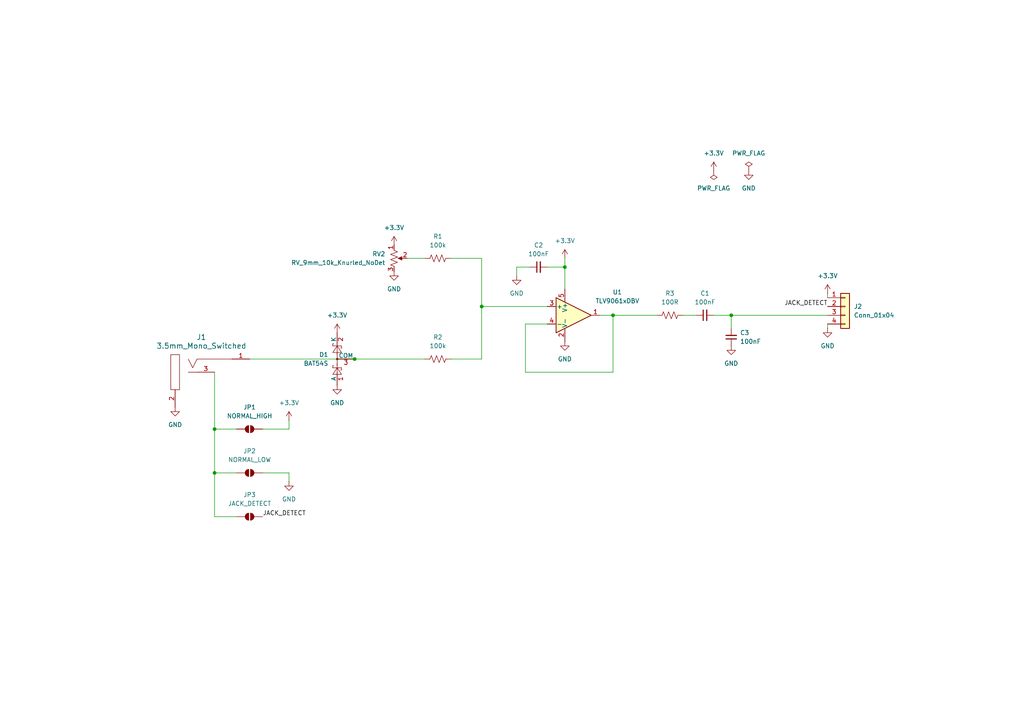
<source format=kicad_sch>
(kicad_sch (version 20250114) (generator "eeschema") (generator_version "9.0")
  (paper "A4")
  (title_block (title "Biased CV Input") (date "2025-07-11") (rev "A") (company "github.com/brianvarren/patch_bits"))
  (lib_symbols
    (symbol "Amplifier_Operational:TLV9061xDBV" (pin_names (offset 0.127))
      (property "Reference" "U" (at -1.27 6.35 0))
      (property "Value" "TLV9061xDBV" (at -1.27 3.81 0))
      (symbol "TLV9061xDBV_0_1"
        (polyline (pts (xy -5.08 5.08) (xy 5.08 0) (xy -5.08 -5.08) (xy -5.08 5.08)) (stroke (width 0.254)) (fill (type background)))
        (pin power_in line (at -2.54 7.62 270) (length 3.81) (name "V+") (number "5"))
        (pin power_in line (at -2.54 -7.62 90) (length 3.81) (name "V-") (number "2"))
      )
      (symbol "TLV9061xDBV_1_1"
        (pin input line (at -7.62 2.54 0) (length 2.54) (name "+") (number "3"))
        (pin input line (at -7.62 -2.54 0) (length 2.54) (name "-") (number "4"))
        (pin output line (at 7.62 0 180) (length 2.54) (name "~") (number "1"))
      )
    )
    (symbol "Connector_Generic:Conn_01x04" (pin_names (offset 1.016) (hide yes))
      (property "Reference" "J" (at 0 5.08 0))
      (property "Value" "Conn_01x04" (at 0 -7.62 0))
      (symbol "Conn_01x04_1_1"
        (rectangle (start -1.27 3.81) (end 1.27 -6.35) (stroke (width 0.254)) (fill (type background)))
        (rectangle (start -1.27 2.667) (end 0 2.413) (stroke (width 0.1524)))
        (rectangle (start -1.27 0.127) (end 0 -0.127) (stroke (width 0.1524)))
        (rectangle (start -1.27 -2.413) (end 0 -2.667) (stroke (width 0.1524)))
        (rectangle (start -1.27 -4.953) (end 0 -5.207) (stroke (width 0.1524)))
        (pin passive line (at -5.08 2.54 0) (length 3.81) (name "Pin_1") (number "1"))
        (pin passive line (at -5.08 0 0) (length 3.81) (name "Pin_2") (number "2"))
        (pin passive line (at -5.08 -2.54 0) (length 3.81) (name "Pin_3") (number "3"))
        (pin passive line (at -5.08 -5.08 0) (length 3.81) (name "Pin_4") (number "4"))
      )
    )
    (symbol "Device:C_Small" (pin_numbers (hide yes)) (pin_names (offset 0.254) (hide yes))
      (property "Reference" "C" (at 0.254 1.778 0))
      (property "Value" "C_Small" (at 0.254 -2.032 0))
      (symbol "C_Small_0_1"
        (polyline (pts (xy -1.524 0.508) (xy 1.524 0.508)) (stroke (width 0.3048)))
        (polyline (pts (xy -1.524 -0.508) (xy 1.524 -0.508)) (stroke (width 0.3302)))
      )
      (symbol "C_Small_1_1"
        (pin passive line (at 0 2.54 270) (length 2.032) (name "~") (number "1"))
        (pin passive line (at 0 -2.54 90) (length 2.032) (name "~") (number "2"))
      )
    )
    (symbol "Device:R_US" (pin_numbers (hide yes)) (pin_names (offset 0))
      (property "Reference" "R" (at 2.54 0 90))
      (property "Value" "R_US" (at -2.54 0 90))
      (symbol "R_US_0_1"
        (polyline (pts (xy 0 2.286) (xy 0 2.54)))
        (polyline (pts (xy 0 2.286) (xy 1.016 1.905) (xy 0 1.524) (xy -1.016 1.143) (xy 0 0.762)))
        (polyline (pts (xy 0 0.762) (xy 1.016 0.381) (xy 0 0) (xy -1.016 -0.381) (xy 0 -0.762)))
        (polyline (pts (xy 0 -0.762) (xy 1.016 -1.143) (xy 0 -1.524) (xy -1.016 -1.905) (xy 0 -2.286)))
        (polyline (pts (xy 0 -2.286) (xy 0 -2.54)))
      )
      (symbol "R_US_1_1"
        (pin passive line (at 0 3.81 270) (length 1.27) (name "~") (number "1"))
        (pin passive line (at 0 -3.81 90) (length 1.27) (name "~") (number "2"))
      )
    )
    (symbol "Diode:BAT54S" (pin_names (offset 0))
      (property "Reference" "D" (at 2.54 -5.08 0))
      (property "Value" "BAT54S" (at -6.35 3.175 0))
      (symbol "BAT54S_0_1"
        (polyline (pts (xy -4.445 1.27) (xy -4.445 -1.27) (xy -2.54 0) (xy -4.445 1.27)))
        (polyline (pts (xy -3.81 0) (xy -1.27 0)))
        (polyline (pts (xy -3.175 -1.27) (xy -3.175 -1.016)))
        (polyline (pts (xy -2.54 1.27) (xy -1.905 1.27)))
        (polyline (pts (xy -2.54 -1.27) (xy -3.175 -1.27)))
        (polyline (pts (xy -2.54 -1.27) (xy -2.54 1.27)))
        (polyline (pts (xy -1.905 1.27) (xy -1.905 1.016)))
        (polyline (pts (xy -1.905 0) (xy 1.905 0)))
        (circle (center 0 0) (radius 0.254) (fill (type outline)))
        (polyline (pts (xy 1.27 0) (xy 3.81 0)))
        (polyline (pts (xy 1.905 1.27) (xy 1.905 -1.27) (xy 3.81 0) (xy 1.905 1.27)))
        (polyline (pts (xy 3.175 -1.27) (xy 3.175 -1.016)))
        (polyline (pts (xy 3.81 1.27) (xy 4.445 1.27)))
        (polyline (pts (xy 3.81 -1.27) (xy 3.175 -1.27)))
        (polyline (pts (xy 3.81 -1.27) (xy 3.81 1.27)))
        (polyline (pts (xy 4.445 1.27) (xy 4.445 1.016)))
      )
      (symbol "BAT54S_1_1"
        (pin passive line (at -7.62 0 0) (length 3.81) (name "A") (number "1"))
        (pin passive line (at 0 -5.08 90) (length 5.08) (name "COM") (number "3"))
        (pin passive line (at 7.62 0 180) (length 3.81) (name "K") (number "2"))
      )
    )
    (symbol "Jumper:SolderJumper_2_Open" (pin_numbers (hide yes)) (pin_names (offset 0) (hide yes)) (in_bom no)
      (property "Reference" "JP" (at 0 2.032 0))
      (property "Value" "SolderJumper_2_Open" (at 0 -2.54 0))
      (symbol "SolderJumper_2_Open_0_1"
        (polyline (pts (xy -0.254 1.016) (xy -0.254 -1.016)))
        (arc (start -0.254 -1.016) (mid -1.2656 0) (end -0.254 1.016))
        (arc (start -0.254 -1.016) (mid -1.2656 0) (end -0.254 1.016) (fill (type outline)))
        (arc (start 0.254 1.016) (mid 1.2656 0) (end 0.254 -1.016))
        (arc (start 0.254 1.016) (mid 1.2656 0) (end 0.254 -1.016) (fill (type outline)))
        (polyline (pts (xy 0.254 1.016) (xy 0.254 -1.016)))
      )
      (symbol "SolderJumper_2_Open_1_1"
        (pin passive line (at -3.81 0 0) (length 2.54) (name "A") (number "1"))
        (pin passive line (at 3.81 0 180) (length 2.54) (name "B") (number "2"))
      )
    )
    (symbol "elemental_jack:3.5mm_Mono_Switched" (pin_names (offset 0) (hide yes))
      (property "Reference" "J" (at -6.35 -7.62 0))
      (property "Value" "3.5mm_Mono_Switched" (at 6.35 6.604 0))
      (symbol "3.5mm_Mono_Switched_0_0"
        (rectangle (start -6.35 5.08) (end -3.81 -5.08))
        (polyline (pts (xy -1.27 3.81) (xy 0 1.27) (xy 1.27 3.81) (xy 11.43 3.81)))
        (polyline (pts (xy -1.27 0) (xy 1.27 0)))
      )
      (symbol "3.5mm_Mono_Switched_1_1"
        (pin passive line (at -5.08 -10.16 90) (length 5.08) (name "SHEILD") (number "2"))
        (pin passive line (at 6.35 0 180) (length 5.08) (name "SW") (number "3"))
        (pin passive line (at 16.51 3.81 180) (length 5.08) (name "SIG") (number "1"))
      )
    )
    (symbol "elemental_potentiometer:RV_9mm_10k_Knurled_NoDet" (pin_names (offset 1.016) (hide yes))
      (property "Reference" "RV" (at -4.445 0 90))
      (property "Value" "RV_9mm_10k_Knurled_NoDet" (at -2.54 0 90))
      (symbol "RV_9mm_10k_Knurled_NoDet_0_1"
        (polyline (pts (xy 0 2.54) (xy 0 2.286)))
        (polyline (pts (xy 0 2.286) (xy 1.016 1.905) (xy 0 1.524) (xy -1.016 1.143) (xy 0 0.762)))
        (polyline (pts (xy 0 0.762) (xy 1.016 0.381) (xy 0 0) (xy -1.016 -0.381) (xy 0 -0.762)))
        (polyline (pts (xy 0 -0.762) (xy 1.016 -1.143) (xy 0 -1.524) (xy -1.016 -1.905) (xy 0 -2.286)))
        (polyline (pts (xy 0 -2.286) (xy 0 -2.54)))
        (polyline (pts (xy 1.143 0) (xy 2.286 0.508) (xy 2.286 -0.508) (xy 1.143 0)) (fill (type outline)))
        (polyline (pts (xy 2.54 0) (xy 1.524 0)))
      )
      (symbol "RV_9mm_10k_Knurled_NoDet_1_1"
        (pin passive line (at 0 3.81 270) (length 1.27) (name "1") (number "1"))
        (pin passive line (at 0 -3.81 90) (length 1.27) (name "3") (number "3"))
        (pin passive line (at 3.81 0 180) (length 1.27) (name "2") (number "2"))
      )
    )
    (symbol "power:+3.3V" (power) (pin_numbers (hide yes)) (pin_names (offset 0) (hide yes))
      (property "Value" "+3.3V" (at 0 3.556 0))
      (symbol "+3.3V_0_1"
        (polyline (pts (xy -0.762 1.27) (xy 0 2.54)))
        (polyline (pts (xy 0 2.54) (xy 0.762 1.27)))
        (polyline (pts (xy 0 0) (xy 0 2.54)))
      )
      (symbol "+3.3V_1_1"
        (pin power_in line (at 0 0 90) (length 0) (name "~") (number "1"))
      )
    )
    (symbol "power:GND" (power) (pin_numbers (hide yes)) (pin_names (offset 0) (hide yes))
      (property "Value" "GND" (at 0 -3.81 0))
      (symbol "GND_0_1"
        (polyline (pts (xy 0 0) (xy 0 -1.27) (xy 1.27 -1.27) (xy 0 -2.54) (xy -1.27 -1.27) (xy 0 -1.27)))
      )
      (symbol "GND_1_1"
        (pin power_in line (at 0 0 270) (length 0) (name "~") (number "1"))
      )
    )
    (symbol "power:PWR_FLAG" (power) (pin_numbers (hide yes)) (pin_names (offset 0) (hide yes))
      (property "Value" "PWR_FLAG" (at 0 3.81 0))
      (symbol "PWR_FLAG_0_0"
        (pin power_out line (at 0 0 90) (length 0) (name "~") (number "1"))
      )
      (symbol "PWR_FLAG_0_1"
        (polyline (pts (xy 0 0) (xy 0 1.27) (xy -1.016 1.905) (xy 0 2.54) (xy 1.016 1.905) (xy 0 1.27)))
      )
    )
  )
  (junction (at 139.7 88.9))
  (junction (at 163.83 77.47))
  (junction (at 212.09 91.44))
  (junction (at 62.23 124.46))
  (junction (at 62.23 137.16))
  (junction (at 102.87 104.14))
  (junction (at 177.8 91.44))
  (wire (pts (xy 118.11 74.93) (xy 123.19 74.93)))
  (wire (pts (xy 240.03 85.09) (xy 240.03 86.36)))
  (wire (pts (xy 139.7 74.93) (xy 139.7 88.9)))
  (wire (pts (xy 83.82 137.16) (xy 76.2 137.16)))
  (wire (pts (xy 62.23 124.46) (xy 68.58 124.46)))
  (wire (pts (xy 139.7 74.93) (xy 130.81 74.93)))
  (wire (pts (xy 62.23 107.95) (xy 62.23 124.46)))
  (wire (pts (xy 163.83 77.47) (xy 163.83 83.82)))
  (wire (pts (xy 153.67 77.47) (xy 149.86 77.47)))
  (wire (pts (xy 62.23 137.16) (xy 62.23 149.86)))
  (wire (pts (xy 158.75 93.98) (xy 152.4 93.98)))
  (wire (pts (xy 177.8 91.44) (xy 173.99 91.44)))
  (wire (pts (xy 139.7 88.9) (xy 158.75 88.9)))
  (wire (pts (xy 149.86 77.47) (xy 149.86 80.01)))
  (wire (pts (xy 177.8 91.44) (xy 190.5 91.44)))
  (wire (pts (xy 130.81 104.14) (xy 139.7 104.14)))
  (wire (pts (xy 62.23 149.86) (xy 68.58 149.86)))
  (wire (pts (xy 83.82 139.7) (xy 83.82 137.16)))
  (wire (pts (xy 198.12 91.44) (xy 201.93 91.44)))
  (wire (pts (xy 62.23 137.16) (xy 68.58 137.16)))
  (wire (pts (xy 212.09 91.44) (xy 207.01 91.44)))
  (wire (pts (xy 72.39 104.14) (xy 102.87 104.14)))
  (wire (pts (xy 212.09 91.44) (xy 240.03 91.44)))
  (wire (pts (xy 240.03 93.98) (xy 240.03 95.25)))
  (wire (pts (xy 163.83 74.93) (xy 163.83 77.47)))
  (wire (pts (xy 139.7 88.9) (xy 139.7 104.14)))
  (wire (pts (xy 158.75 77.47) (xy 163.83 77.47)))
  (wire (pts (xy 177.8 107.95) (xy 177.8 91.44)))
  (wire (pts (xy 212.09 95.25) (xy 212.09 91.44)))
  (wire (pts (xy 83.82 124.46) (xy 76.2 124.46)))
  (wire (pts (xy 83.82 121.92) (xy 83.82 124.46)))
  (wire (pts (xy 102.87 104.14) (xy 123.19 104.14)))
  (wire (pts (xy 152.4 107.95) (xy 177.8 107.95)))
  (wire (pts (xy 62.23 124.46) (xy 62.23 137.16)))
  (wire (pts (xy 152.4 93.98) (xy 152.4 107.95)))
  (label "JACK_DETECT" (at 240.03 88.9 180))
  (label "JACK_DETECT" (at 76.2 149.86 0))
  (symbol (lib_id "Device:C_Small") (at 212.09 97.79 180) (unit 1)
    (property "Reference" "C3" (at 214.63 96.5135 0) (effects (justify right)))
    (property "Value" "100nF" (at 214.63 99.0535 0) (effects (justify right)))
    (property "Footprint" "Capacitor_SMD:C_0805_2012Metric" (effects (hide yes)))
    (property "Description" "Unpolarized capacitor, small symbol" (effects (hide yes)))
  )
  (symbol (lib_id "power:PWR_FLAG") (at 217.17 49.53 0) (unit 1)
    (property "Reference" "#FLG02" (effects (hide yes)))
    (property "Value" "PWR_FLAG" (at 217.17 44.45 0))
    (property "Description" "Special symbol for telling ERC where power comes from" (effects (hide yes)))
  )
  (symbol (lib_id "elemental_potentiometer:RV_9mm_10k_Knurled_NoDet") (at 114.3 74.93 0) (unit 1)
    (property "Reference" "RV2" (at 111.76 73.6599 0) (effects (justify right)))
    (property "Value" "RV_9mm_10k_Knurled_NoDet" (at 111.76 76.1999 0) (effects (justify right)))
    (property "Footprint" "elemental_potentiometer:Pot_9mm_Knurl_NoDet" (effects (hide yes)))
    (property "Description" "Potentiometer, US symbol" (effects (hide yes)))
  )
  (symbol (lib_id "power:GND") (at 163.83 99.06 0) (unit 1)
    (property "Reference" "#PWR02" (effects (hide yes)))
    (property "Value" "GND" (at 163.83 104.14 0))
    (property "Description" "Power symbol creates a global label with name \"GND\" , ground" (effects (hide yes)))
  )
  (symbol (lib_id "power:GND") (at 83.82 139.7 0) (unit 1)
    (property "Reference" "#PWR06" (effects (hide yes)))
    (property "Value" "GND" (at 83.82 144.78 0))
    (property "Description" "Power symbol creates a global label with name \"GND\" , ground" (effects (hide yes)))
  )
  (symbol (lib_id "power:+3.3V") (at 83.82 121.92 0) (unit 1)
    (property "Reference" "#PWR05" (effects (hide yes)))
    (property "Value" "+3.3V" (at 83.82 116.84 0))
    (property "Description" "Power symbol creates a global label with name \"+3.3V\"" (effects (hide yes)))
  )
  (symbol (lib_id "Amplifier_Operational:TLV9061xDBV") (at 166.37 91.44 0) (unit 1)
    (property "Reference" "U1" (at 179.07 84.7463 0))
    (property "Value" "TLV9061xDBV" (at 179.07 87.2863 0))
    (property "Footprint" "Package_TO_SOT_SMD:SOT-23-5" (effects (hide yes)))
    (property "Datasheet" "https://www.ti.com/lit/ds/symlink/tlv9061.pdf" (effects (hide yes)))
    (property "Description" "10-MHz, RRIO, CMOS Operational Amplifiers for Cost-Sensitive Systems, SOT-23-5" (effects (hide yes)))
  )
  (symbol (lib_id "power:+3.3V") (at 114.3 71.12 0) (unit 1)
    (property "Reference" "#PWR03" (effects (hide yes)))
    (property "Value" "+3.3V" (at 114.3 66.04 0))
    (property "Description" "Power symbol creates a global label with name \"+3.3V\"" (effects (hide yes)))
  )
  (symbol (lib_id "Jumper:SolderJumper_2_Open") (at 72.39 124.46 0) (unit 1) (in_bom no)
    (property "Reference" "JP1" (at 72.39 118.11 0))
    (property "Value" "NORMAL_HIGH" (at 72.39 120.65 0))
    (property "Footprint" "Jumper:SolderJumper-2_P1.3mm_Open_TrianglePad1.0x1.5mm" (effects (hide yes)))
    (property "Description" "Solder Jumper, 2-pole, open" (effects (hide yes)))
  )
  (symbol (lib_id "power:+3.3V") (at 207.01 49.53 0) (unit 1)
    (property "Reference" "#PWR014" (effects (hide yes)))
    (property "Value" "+3.3V" (at 207.01 44.45 0))
    (property "Description" "Power symbol creates a global label with name \"+3.3V\"" (effects (hide yes)))
  )
  (symbol (lib_id "Diode:BAT54S") (at 97.79 104.14 90) (unit 1)
    (property "Reference" "D1" (at 95.25 102.8699 90) (effects (justify left)))
    (property "Value" "BAT54S" (at 95.25 105.4099 90) (effects (justify left)))
    (property "Footprint" "Package_TO_SOT_SMD:SOT-23" (effects (hide yes)))
    (property "Datasheet" "https://www.diodes.com/assets/Datasheets/ds11005.pdf" (effects (hide yes)))
    (property "Description" "Vr 30V, If 200mA, Dual schottky barrier diode, in series, SOT-323" (effects (hide yes)))
  )
  (symbol (lib_id "power:GND") (at 50.8 118.11 0) (unit 1)
    (property "Reference" "#PWR013" (effects (hide yes)))
    (property "Value" "GND" (at 50.8 123.19 0))
    (property "Description" "Power symbol creates a global label with name \"GND\" , ground" (effects (hide yes)))
  )
  (symbol (lib_id "power:PWR_FLAG") (at 207.01 49.53 180) (unit 1)
    (property "Reference" "#FLG01" (effects (hide yes)))
    (property "Value" "PWR_FLAG" (at 207.01 54.61 0))
    (property "Description" "Special symbol for telling ERC where power comes from" (effects (hide yes)))
  )
  (symbol (lib_id "power:GND") (at 97.79 111.76 0) (unit 1)
    (property "Reference" "#PWR08" (effects (hide yes)))
    (property "Value" "GND" (at 97.79 116.84 0))
    (property "Description" "Power symbol creates a global label with name \"GND\" , ground" (effects (hide yes)))
  )
  (symbol (lib_id "power:GND") (at 212.09 100.33 0) (unit 1)
    (property "Reference" "#PWR010" (effects (hide yes)))
    (property "Value" "GND" (at 212.09 105.41 0))
    (property "Description" "Power symbol creates a global label with name \"GND\" , ground" (effects (hide yes)))
  )
  (symbol (lib_id "Device:R_US") (at 127 74.93 90) (unit 1)
    (property "Reference" "R1" (at 127 68.58 90))
    (property "Value" "100k" (at 127 71.12 90))
    (property "Footprint" "Resistor_SMD:R_0805_2012Metric" (effects (hide yes)))
    (property "Description" "Resistor, US symbol" (effects (hide yes)))
  )
  (symbol (lib_id "power:GND") (at 149.86 80.01 0) (unit 1)
    (property "Reference" "#PWR09" (effects (hide yes)))
    (property "Value" "GND" (at 149.86 85.09 0))
    (property "Description" "Power symbol creates a global label with name \"GND\" , ground" (effects (hide yes)))
  )
  (symbol (lib_id "power:+3.3V") (at 163.83 74.93 0) (unit 1)
    (property "Reference" "#PWR01" (effects (hide yes)))
    (property "Value" "+3.3V" (at 163.83 69.85 0))
    (property "Description" "Power symbol creates a global label with name \"+3.3V\"" (effects (hide yes)))
  )
  (symbol (lib_id "power:+3.3V") (at 240.03 85.09 0) (unit 1)
    (property "Reference" "#PWR011" (effects (hide yes)))
    (property "Value" "+3.3V" (at 240.03 80.01 0))
    (property "Description" "Power symbol creates a global label with name \"+3.3V\"" (effects (hide yes)))
  )
  (symbol (lib_id "power:GND") (at 240.03 95.25 0) (unit 1)
    (property "Reference" "#PWR012" (effects (hide yes)))
    (property "Value" "GND" (at 240.03 100.33 0))
    (property "Description" "Power symbol creates a global label with name \"GND\" , ground" (effects (hide yes)))
  )
  (symbol (lib_id "power:GND") (at 217.17 49.53 0) (unit 1)
    (property "Reference" "#PWR015" (effects (hide yes)))
    (property "Value" "GND" (at 217.17 54.61 0))
    (property "Description" "Power symbol creates a global label with name \"GND\" , ground" (effects (hide yes)))
  )
  (symbol (lib_id "Jumper:SolderJumper_2_Open") (at 72.39 149.86 0) (unit 1) (in_bom no)
    (property "Reference" "JP3" (at 72.39 143.51 0))
    (property "Value" "JACK_DETECT" (at 72.39 146.05 0))
    (property "Footprint" "Jumper:SolderJumper-2_P1.3mm_Open_TrianglePad1.0x1.5mm" (effects (hide yes)))
    (property "Description" "Solder Jumper, 2-pole, open" (effects (hide yes)))
  )
  (symbol (lib_id "Jumper:SolderJumper_2_Open") (at 72.39 137.16 0) (unit 1) (in_bom no)
    (property "Reference" "JP2" (at 72.39 130.81 0))
    (property "Value" "NORMAL_LOW" (at 72.39 133.35 0))
    (property "Footprint" "Jumper:SolderJumper-2_P1.3mm_Open_TrianglePad1.0x1.5mm" (effects (hide yes)))
    (property "Description" "Solder Jumper, 2-pole, open" (effects (hide yes)))
  )
  (symbol (lib_id "Device:C_Small") (at 204.47 91.44 90) (unit 1)
    (property "Reference" "C1" (at 204.4763 85.09 90))
    (property "Value" "100nF" (at 204.4763 87.63 90))
    (property "Footprint" "Capacitor_SMD:C_0805_2012Metric" (effects (hide yes)))
    (property "Description" "Unpolarized capacitor, small symbol" (effects (hide yes)))
  )
  (symbol (lib_id "Connector_Generic:Conn_01x04") (at 245.11 88.9 0) (unit 1)
    (property "Reference" "J2" (at 247.65 88.8999 0) (effects (justify left)))
    (property "Value" "Conn_01x04" (at 247.65 91.4399 0) (effects (justify left)))
    (property "Footprint" "Connector_PinHeader_2.54mm:PinHeader_1x04_P2.54mm_Vertical" (effects (hide yes)))
    (property "Description" "Generic connector, single row, 01x04, script generated (kicad-library-utils/schlib/autogen/connector/)" (effects (hide yes)))
  )
  (symbol (lib_id "power:+3.3V") (at 97.79 96.52 0) (unit 1)
    (property "Reference" "#PWR07" (effects (hide yes)))
    (property "Value" "+3.3V" (at 97.79 91.44 0))
    (property "Description" "Power symbol creates a global label with name \"+3.3V\"" (effects (hide yes)))
  )
  (symbol (lib_id "elemental_jack:3.5mm_Mono_Switched") (at 55.88 107.95 0) (unit 1)
    (property "Reference" "J1" (at 58.42 97.79 0) (effects (font (size 1.524 1.524))))
    (property "Value" "3.5mm_Mono_Switched" (at 58.42 100.33 0) (effects (font (size 1.524 1.524))))
    (property "Footprint" "elemental_jack:EighthInch_PJ398SM" (effects (hide yes)))
    (property "Description" "Audio 3.5mm Jack, mono, switched, PC-pin Vertical" (effects (hide yes)))
    (property "Specifications" "Audio 3.5mm Jack, mono, switched, PC-pin Vertical" (effects (hide yes)))
    (property "Manufacturer" "Wenzhou QingPu Electronics Co" (effects (hide yes)))
    (property "Part Number" "WQP-WQP518MA" (effects (hide yes)))
  )
  (symbol (lib_id "Device:C_Small") (at 156.21 77.47 90) (unit 1)
    (property "Reference" "C2" (at 156.2163 71.12 90))
    (property "Value" "100nF" (at 156.2163 73.66 90))
    (property "Footprint" "Capacitor_SMD:C_0805_2012Metric" (effects (hide yes)))
    (property "Description" "Unpolarized capacitor, small symbol" (effects (hide yes)))
  )
  (symbol (lib_id "Device:R_US") (at 127 104.14 90) (unit 1)
    (property "Reference" "R2" (at 127 97.79 90))
    (property "Value" "100k" (at 127 100.33 90))
    (property "Footprint" "Resistor_SMD:R_0805_2012Metric" (effects (hide yes)))
    (property "Description" "Resistor, US symbol" (effects (hide yes)))
  )
  (symbol (lib_id "Device:R_US") (at 194.31 91.44 90) (unit 1)
    (property "Reference" "R3" (at 194.31 85.09 90))
    (property "Value" "100R" (at 194.31 87.63 90))
    (property "Footprint" "Resistor_SMD:R_0805_2012Metric" (effects (hide yes)))
    (property "Description" "Resistor, US symbol" (effects (hide yes)))
  )
  (symbol (lib_id "power:GND") (at 114.3 78.74 0) (unit 1)
    (property "Reference" "#PWR04" (effects (hide yes)))
    (property "Value" "GND" (at 114.3 83.82 0))
    (property "Description" "Power symbol creates a global label with name \"GND\" , ground" (effects (hide yes)))
  )
)
</source>
